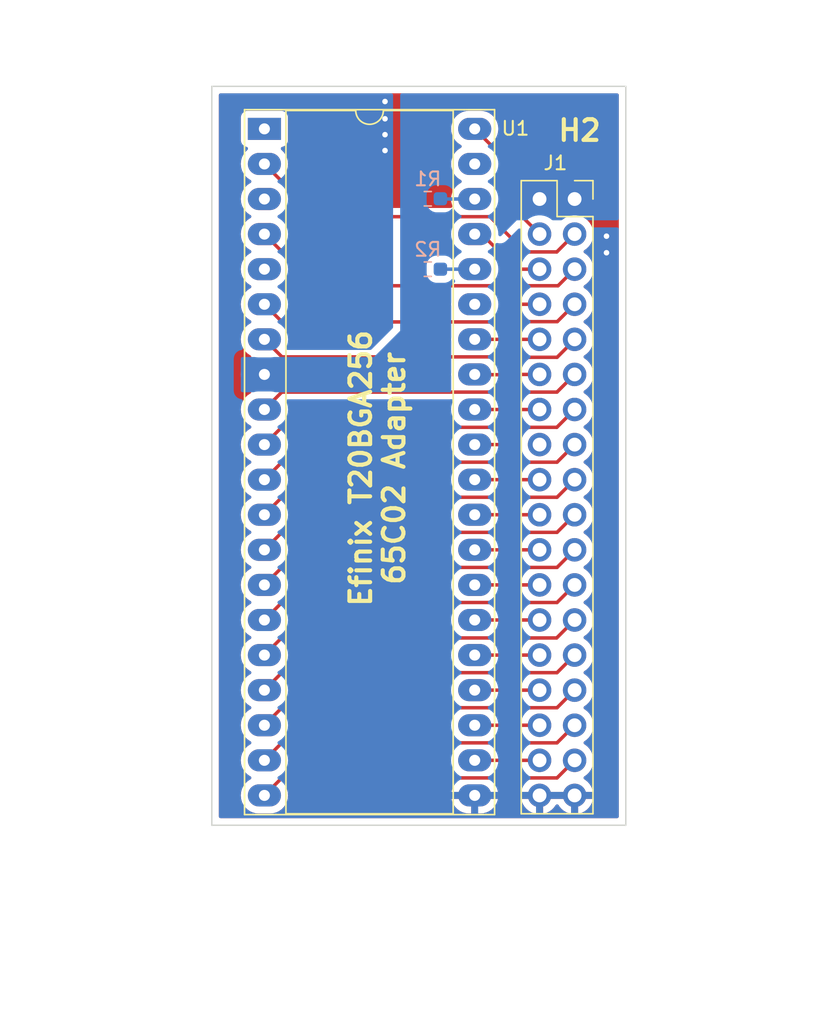
<source format=kicad_pcb>
(kicad_pcb (version 20211014) (generator pcbnew)
  (layers (0 "F.Cu" signal) (31 "B.Cu" signal) (34 "B.Paste" user) (35 "F.Paste" user) (36 "B.SilkS" user "B.Silkscreen") (37 "F.SilkS" user "F.Silkscreen") (38 "B.Mask" user) (39 "F.Mask" user) (44 "Edge.Cuts" user))
  (net 0 "")
  (net 1 "VDD")
  (net 2 "/RDY")
  (net 3 "/~{RESB}")
  (net 4 "/~{NMIB}")
  (net 5 "/~{IRQB}")
  (net 6 "/~{RWB}")
  (net 7 "/PHI2")
  (net 8 "/SYNC")
  (net 9 "/D0")
  (net 10 "/A0")
  (net 11 "/D1")
  (net 12 "/A1")
  (net 13 "/D2")
  (net 14 "/A2")
  (net 16 "/A3")
  (net 17 "/D3")
  (net 18 "/A4")
  (net 19 "/D4")
  (net 20 "/A5")
  (net 21 "/D5")
  (net 22 "/A6")
  (net 23 "/D6")
  (net 24 "/A7")
  (net 25 "/D7")
  (net 26 "/A8")
  (net 27 "/A15")
  (net 28 "/A9")
  (net 29 "/A14")
  (net 30 "/A10")
  (net 31 "/A13")
  (net 32 "/A11")
  (net 33 "/A12")
  (net 34 "GND")
  (net 35 "/~{SOB}")
  (net 36 "/BE")
  (footprint "Connector_PinSocket_2.54mm:PinSocket_2x18_P2.54mm_Vertical" (layer "F.Cu") (at 156.29 108.16)
    (fp_text reference "J1" (at -1.39 -2.61) (layer "F.SilkS"))
    (fp_text value "Conn_02x18_Odd_Even")
    (fp_line (start 1.33 1.27) (end 1.33 44.51) (layer "F.SilkS") (width 0.12))
    (fp_line (start 1.33 -1.33) (end 1.33 0) (layer "F.SilkS") (width 0.12))
    (fp_line (start -1.27 -1.33) (end -1.27 1.27) (layer "F.SilkS") (width 0.12))
    (fp_line (start 0 -1.33) (end 1.33 -1.33) (layer "F.SilkS") (width 0.12))
    (fp_line (start -3.87 -1.33) (end -3.87 44.51) (layer "F.SilkS") (width 0.12))
    (fp_line (start -3.87 44.51) (end 1.33 44.51) (layer "F.SilkS") (width 0.12))
    (fp_line (start -1.27 1.27) (end 1.33 1.27) (layer "F.SilkS") (width 0.12))
    (fp_line (start -3.87 -1.33) (end -1.27 -1.33) (layer "F.SilkS") (width 0.12))
    (pad "1" thru_hole rect (at 0 0) (size 1.7 1.7) (drill 1) (layers *.Cu *.Mask) (net 1 "VDD"))
    (pad "2" thru_hole oval (at -2.54 0) (size 1.7 1.7) (drill 1) (layers *.Cu *.Mask) (net 1 "VDD"))
    (pad "3" thru_hole oval (at 0 2.54) (size 1.7 1.7) (drill 1) (layers *.Cu *.Mask) (net 2 "/RDY"))
    (pad "4" thru_hole oval (at -2.54 2.54) (size 1.7 1.7) (drill 1) (layers *.Cu *.Mask) (net 3 "/~{RESB}"))
    (pad "5" thru_hole oval (at 0 5.08) (size 1.7 1.7) (drill 1) (layers *.Cu *.Mask) (net 5 "/~{IRQB}"))
    (pad "6" thru_hole oval (at -2.54 5.08) (size 1.7 1.7) (drill 1) (layers *.Cu *.Mask) (net 7 "/PHI2"))
    (pad "7" thru_hole oval (at 0 7.62) (size 1.7 1.7) (drill 1) (layers *.Cu *.Mask) (net 6 "/~{RWB}"))
    (pad "8" thru_hole oval (at -2.54 7.62) (size 1.7 1.7) (drill 1) (layers *.Cu *.Mask) (net 4 "/~{NMIB}"))
    (pad "9" thru_hole oval (at 0 10.16) (size 1.7 1.7) (drill 1) (layers *.Cu *.Mask) (net 9 "/D0"))
    (pad "10" thru_hole oval (at -2.54 10.16) (size 1.7 1.7) (drill 1) (layers *.Cu *.Mask) (net 8 "/SYNC"))
    (pad "11" thru_hole oval (at 0 12.7) (size 1.7 1.7) (drill 1) (layers *.Cu *.Mask) (net 11 "/D1"))
    (pad "12" thru_hole oval (at -2.54 12.7) (size 1.7 1.7) (drill 1) (layers *.Cu *.Mask) (net 10 "/A0"))
    (pad "13" thru_hole oval (at 0 15.24) (size 1.7 1.7) (drill 1) (layers *.Cu *.Mask) (net 13 "/D2"))
    (pad "14" thru_hole oval (at -2.54 15.24) (size 1.7 1.7) (drill 1) (layers *.Cu *.Mask) (net 12 "/A1"))
    (pad "15" thru_hole oval (at 0 17.78) (size 1.7 1.7) (drill 1) (layers *.Cu *.Mask) (net 14 "/A2"))
    (pad "16" thru_hole oval (at -2.54 17.78) (size 1.7 1.7) (drill 1) (layers *.Cu *.Mask))
    (pad "17" thru_hole oval (at 0 20.32) (size 1.7 1.7) (drill 1) (layers *.Cu *.Mask) (net 16 "/A3"))
    (pad "18" thru_hole oval (at -2.54 20.32) (size 1.7 1.7) (drill 1) (layers *.Cu *.Mask) (net 17 "/D3"))
    (pad "19" thru_hole oval (at 0 22.86) (size 1.7 1.7) (drill 1) (layers *.Cu *.Mask) (net 18 "/A4"))
    (pad "20" thru_hole oval (at -2.54 22.86) (size 1.7 1.7) (drill 1) (layers *.Cu *.Mask) (net 19 "/D4"))
    (pad "21" thru_hole oval (at 0 25.4) (size 1.7 1.7) (drill 1) (layers *.Cu *.Mask) (net 20 "/A5"))
    (pad "22" thru_hole oval (at -2.54 25.4) (size 1.7 1.7) (drill 1) (layers *.Cu *.Mask) (net 21 "/D5"))
    (pad "23" thru_hole oval (at 0 27.94) (size 1.7 1.7) (drill 1) (layers *.Cu *.Mask) (net 22 "/A6"))
    (pad "24" thru_hole oval (at -2.54 27.94) (size 1.7 1.7) (drill 1) (layers *.Cu *.Mask) (net 23 "/D6"))
    (pad "25" thru_hole oval (at 0 30.48) (size 1.7 1.7) (drill 1) (layers *.Cu *.Mask) (net 24 "/A7"))
    (pad "26" thru_hole oval (at -2.54 30.48) (size 1.7 1.7) (drill 1) (layers *.Cu *.Mask) (net 25 "/D7"))
    (pad "27" thru_hole oval (at 0 33.02) (size 1.7 1.7) (drill 1) (layers *.Cu *.Mask) (net 26 "/A8"))
    (pad "28" thru_hole oval (at -2.54 33.02) (size 1.7 1.7) (drill 1) (layers *.Cu *.Mask) (net 27 "/A15"))
    (pad "29" thru_hole oval (at 0 35.56) (size 1.7 1.7) (drill 1) (layers *.Cu *.Mask) (net 28 "/A9"))
    (pad "30" thru_hole oval (at -2.54 35.56) (size 1.7 1.7) (drill 1) (layers *.Cu *.Mask) (net 29 "/A14"))
    (pad "31" thru_hole oval (at 0 38.1) (size 1.7 1.7) (drill 1) (layers *.Cu *.Mask) (net 30 "/A10"))
    (pad "32" thru_hole oval (at -2.54 38.1) (size 1.7 1.7) (drill 1) (layers *.Cu *.Mask) (net 31 "/A13"))
    (pad "33" thru_hole oval (at 0 40.64) (size 1.7 1.7) (drill 1) (layers *.Cu *.Mask) (net 32 "/A11"))
    (pad "34" thru_hole oval (at -2.54 40.64) (size 1.7 1.7) (drill 1) (layers *.Cu *.Mask) (net 33 "/A12"))
    (pad "35" thru_hole oval (at 0 43.18) (size 1.7 1.7) (drill 1) (layers *.Cu *.Mask) (net 34 "GND"))
    (pad "36" thru_hole oval (at -2.54 43.18) (size 1.7 1.7) (drill 1) (layers *.Cu *.Mask) (net 34 "GND"))
  )
  (footprint "Package_DIP:DIP-40_W15.24mm_Socket_LongPads" (layer "F.Cu") (at 133.81 103.08)
    (fp_text reference "U1" (at 18.19 -0.03) (layer "F.SilkS"))
    (fp_text value "W65C02P")
    (fp_line (start 13.68 49.59) (end 13.68 -1.33) (layer "F.SilkS") (width 0.12))
    (fp_line (start -1.44 49.65) (end 16.68 49.65) (layer "F.SilkS") (width 0.12))
    (fp_line (start 1.56 49.59) (end 13.68 49.59) (layer "F.SilkS") (width 0.12))
    (fp_line (start 6.62 -1.33) (end 1.56 -1.33) (layer "F.SilkS") (width 0.12))
    (fp_line (start 13.68 -1.33) (end 8.62 -1.33) (layer "F.SilkS") (width 0.12))
    (fp_line (start 16.68 49.65) (end 16.68 -1.39) (layer "F.SilkS") (width 0.12))
    (fp_line (start 1.56 -1.33) (end 1.56 49.59) (layer "F.SilkS") (width 0.12))
    (fp_line (start 16.68 -1.39) (end -1.44 -1.39) (layer "F.SilkS") (width 0.12))
    (fp_line (start -1.44 -1.39) (end -1.44 49.65) (layer "F.SilkS") (width 0.12))
    (fp_arc (start 8.62 -1.33) (mid 7.62 -0.33) (end 6.62 -1.33) (layer "F.SilkS") (width 0.12))
    (pad "1" thru_hole rect (at 0 0) (size 2.4 1.6) (drill 0.8) (layers *.Cu *.Mask))
    (pad "2" thru_hole oval (at 0 2.54) (size 2.4 1.6) (drill 0.8) (layers *.Cu *.Mask) (net 2 "/RDY"))
    (pad "3" thru_hole oval (at 0 5.08) (size 2.4 1.6) (drill 0.8) (layers *.Cu *.Mask))
    (pad "4" thru_hole oval (at 0 7.62) (size 2.4 1.6) (drill 0.8) (layers *.Cu *.Mask) (net 5 "/~{IRQB}"))
    (pad "5" thru_hole oval (at 0 10.16) (size 2.4 1.6) (drill 0.8) (layers *.Cu *.Mask))
    (pad "6" thru_hole oval (at 0 12.7) (size 2.4 1.6) (drill 0.8) (layers *.Cu *.Mask) (net 4 "/~{NMIB}"))
    (pad "7" thru_hole oval (at 0 15.24) (size 2.4 1.6) (drill 0.8) (layers *.Cu *.Mask) (net 8 "/SYNC"))
    (pad "8" thru_hole oval (at 0 17.78) (size 2.4 1.6) (drill 0.8) (layers *.Cu *.Mask) (net 1 "VDD"))
    (pad "9" thru_hole oval (at 0 20.32) (size 2.4 1.6) (drill 0.8) (layers *.Cu *.Mask) (net 10 "/A0"))
    (pad "10" thru_hole oval (at 0 22.86) (size 2.4 1.6) (drill 0.8) (layers *.Cu *.Mask) (net 12 "/A1"))
    (pad "11" thru_hole oval (at 0 25.4) (size 2.4 1.6) (drill 0.8) (layers *.Cu *.Mask) (net 14 "/A2"))
    (pad "12" thru_hole oval (at 0 27.94) (size 2.4 1.6) (drill 0.8) (layers *.Cu *.Mask) (net 16 "/A3"))
    (pad "13" thru_hole oval (at 0 30.48) (size 2.4 1.6) (drill 0.8) (layers *.Cu *.Mask) (net 18 "/A4"))
    (pad "14" thru_hole oval (at 0 33.02) (size 2.4 1.6) (drill 0.8) (layers *.Cu *.Mask) (net 20 "/A5"))
    (pad "15" thru_hole oval (at 0 35.56) (size 2.4 1.6) (drill 0.8) (layers *.Cu *.Mask) (net 22 "/A6"))
    (pad "16" thru_hole oval (at 0 38.1) (size 2.4 1.6) (drill 0.8) (layers *.Cu *.Mask) (net 24 "/A7"))
    (pad "17" thru_hole oval (at 0 40.64) (size 2.4 1.6) (drill 0.8) (layers *.Cu *.Mask) (net 26 "/A8"))
    (pad "18" thru_hole oval (at 0 43.18) (size 2.4 1.6) (drill 0.8) (layers *.Cu *.Mask) (net 28 "/A9"))
    (pad "19" thru_hole oval (at 0 45.72) (size 2.4 1.6) (drill 0.8) (layers *.Cu *.Mask) (net 30 "/A10"))
    (pad "20" thru_hole oval (at 0 48.26) (size 2.4 1.6) (drill 0.8) (layers *.Cu *.Mask) (net 32 "/A11"))
    (pad "21" thru_hole oval (at 15.24 48.26) (size 2.4 1.6) (drill 0.8) (layers *.Cu *.Mask) (net 34 "GND"))
    (pad "22" thru_hole oval (at 15.24 45.72) (size 2.4 1.6) (drill 0.8) (layers *.Cu *.Mask) (net 33 "/A12"))
    (pad "23" thru_hole oval (at 15.24 43.18) (size 2.4 1.6) (drill 0.8) (layers *.Cu *.Mask) (net 31 "/A13"))
    (pad "24" thru_hole oval (at 15.24 40.64) (size 2.4 1.6) (drill 0.8) (layers *.Cu *.Mask) (net 29 "/A14"))
    (pad "25" thru_hole oval (at 15.24 38.1) (size 2.4 1.6) (drill 0.8) (layers *.Cu *.Mask) (net 27 "/A15"))
    (pad "26" thru_hole oval (at 15.24 35.56) (size 2.4 1.6) (drill 0.8) (layers *.Cu *.Mask) (net 25 "/D7"))
    (pad "27" thru_hole oval (at 15.24 33.02) (size 2.4 1.6) (drill 0.8) (layers *.Cu *.Mask) (net 23 "/D6"))
    (pad "28" thru_hole oval (at 15.24 30.48) (size 2.4 1.6) (drill 0.8) (layers *.Cu *.Mask) (net 21 "/D5"))
    (pad "29" thru_hole oval (at 15.24 27.94) (size 2.4 1.6) (drill 0.8) (layers *.Cu *.Mask) (net 19 "/D4"))
    (pad "30" thru_hole oval (at 15.24 25.4) (size 2.4 1.6) (drill 0.8) (layers *.Cu *.Mask) (net 17 "/D3"))
    (pad "31" thru_hole oval (at 15.24 22.86) (size 2.4 1.6) (drill 0.8) (layers *.Cu *.Mask) (net 13 "/D2"))
    (pad "32" thru_hole oval (at 15.24 20.32) (size 2.4 1.6) (drill 0.8) (layers *.Cu *.Mask) (net 11 "/D1"))
    (pad "33" thru_hole oval (at 15.24 17.78) (size 2.4 1.6) (drill 0.8) (layers *.Cu *.Mask) (net 9 "/D0"))
    (pad "34" thru_hole oval (at 15.24 15.24) (size 2.4 1.6) (drill 0.8) (layers *.Cu *.Mask) (net 6 "/~{RWB}"))
    (pad "35" thru_hole oval (at 15.24 12.7) (size 2.4 1.6) (drill 0.8) (layers *.Cu *.Mask))
    (pad "36" thru_hole oval (at 15.24 10.16) (size 2.4 1.6) (drill 0.8) (layers *.Cu *.Mask) (net 36 "/BE"))
    (pad "37" thru_hole oval (at 15.24 7.62) (size 2.4 1.6) (drill 0.8) (layers *.Cu *.Mask) (net 7 "/PHI2"))
    (pad "38" thru_hole oval (at 15.24 5.08) (size 2.4 1.6) (drill 0.8) (layers *.Cu *.Mask) (net 35 "/~{SOB}"))
    (pad "39" thru_hole oval (at 15.24 2.54) (size 2.4 1.6) (drill 0.8) (layers *.Cu *.Mask))
    (pad "40" thru_hole oval (at 15.24 0) (size 2.4 1.6) (drill 0.8) (layers *.Cu *.Mask) (net 3 "/~{RESB}"))
  )
  (footprint "Resistor_SMD:R_0603_1608Metric_Pad0.98x0.95mm_HandSolder" (layer "B.Cu") (at 145.65 113.24 180)
    (fp_text reference "R2" (at 0 1.43) (layer "B.SilkS") (effects (justify mirror)))
    (fp_text value "10k")
    (fp_line (start -0.254724 -0.5225) (end 0.254724 -0.5225) (layer "B.SilkS") (width 0.12))
    (fp_line (start -0.254724 0.5225) (end 0.254724 0.5225) (layer "B.SilkS") (width 0.12))
    (pad "1" smd roundrect (at -0.9125 0 180) (size 0.975 0.95) (layers "B.Cu" "B.Paste" "B.Mask") (net 36 "/BE"))
    (pad "2" smd roundrect (at 0.9125 0 180) (size 0.975 0.95) (layers "B.Cu" "B.Paste" "B.Mask") (net 1 "VDD"))
  )
  (footprint "Resistor_SMD:R_0603_1608Metric_Pad0.98x0.95mm_HandSolder" (layer "B.Cu") (at 145.65 108.14 180)
    (fp_text reference "R1" (at 0 1.43) (layer "B.SilkS") (effects (justify mirror)))
    (fp_text value "10k")
    (fp_line (start -0.254724 -0.5225) (end 0.254724 -0.5225) (layer "B.SilkS") (width 0.12))
    (fp_line (start -0.254724 0.5225) (end 0.254724 0.5225) (layer "B.SilkS") (width 0.12))
    (pad "1" smd roundrect (at -0.9125 0 180) (size 0.975 0.95) (layers "B.Cu" "B.Paste" "B.Mask") (net 35 "/~{SOB}"))
    (pad "2" smd roundrect (at 0.9125 0 180) (size 0.975 0.95) (layers "B.Cu" "B.Paste" "B.Mask") (net 1 "VDD"))
  )
  (gr_line (start 130 153.5) (end 130 100) (layer "Edge.Cuts") (width 0.1))
  (gr_line (start 160 100) (end 160 153.5) (layer "Edge.Cuts") (width 0.1))
  (gr_line (start 130 100) (end 160 100) (layer "Edge.Cuts") (width 0.1))
  (gr_line (start 160 153.5) (end 130 153.5) (layer "Edge.Cuts") (width 0.1))
  (gr_text "H2" (at 156.65 103.2) (layer "F.SilkS") (effects (font (size 1.5 1.5) (thickness 0.3))))
  (gr_text "Efinix T20BGA256\n65C02 Adapter" (at 142 127.65 90) (layer "F.SilkS") (effects (font (size 1.5 1.5) (thickness 0.3))))
  (segment (start 133.81 105.62) (end 137.63 109.44) (width 0.25) (layer "F.Cu") (net 2))
  (segment (start 150.15 109.44) (end 152.7 111.99) (width 0.25) (layer "F.Cu") (net 2))
  (segment (start 155 111.99) (end 156.29 110.7) (width 0.25) (layer "F.Cu") (net 2))
  (segment (start 137.63 109.44) (end 150.15 109.44) (width 0.25) (layer "F.Cu") (net 2))
  (segment (start 152.7 111.99) (end 155 111.99) (width 0.25) (layer "F.Cu") (net 2))
  (segment (start 152.05 106.08) (end 152.05 109) (width 0.25) (layer "F.Cu") (net 3))
  (segment (start 149.05 103.08) (end 152.05 106.08) (width 0.25) (layer "F.Cu") (net 3))
  (segment (start 152.05 109) (end 153.75 110.7) (width 0.25) (layer "F.Cu") (net 3))
  (segment (start 133.81 115.78) (end 135.089301 117.059301) (width 0.25) (layer "F.Cu") (net 4))
  (segment (start 150.680699 117.059301) (end 151.96 115.78) (width 0.25) (layer "F.Cu") (net 4))
  (segment (start 135.089301 117.059301) (end 150.680699 117.059301) (width 0.25) (layer "F.Cu") (net 4))
  (segment (start 151.96 115.78) (end 153.75 115.78) (width 0.25) (layer "F.Cu") (net 4))
  (segment (start 155.09 114.44) (end 137.55 114.44) (width 0.25) (layer "F.Cu") (net 5))
  (segment (start 156.29 113.24) (end 155.09 114.44) (width 0.25) (layer "F.Cu") (net 5))
  (segment (start 137.55 114.44) (end 133.81 110.7) (width 0.25) (layer "F.Cu") (net 5))
  (segment (start 150.87 118.32) (end 152.15 117.04) (width 0.25) (layer "F.Cu") (net 6))
  (segment (start 155.03 117.04) (end 156.29 115.78) (width 0.25) (layer "F.Cu") (net 6))
  (segment (start 152.15 117.04) (end 155.03 117.04) (width 0.25) (layer "F.Cu") (net 6))
  (segment (start 149.05 118.32) (end 150.87 118.32) (width 0.25) (layer "F.Cu") (net 6))
  (segment (start 149.05 110.7) (end 149.56 110.7) (width 0.25) (layer "F.Cu") (net 7))
  (segment (start 152.1 113.24) (end 153.75 113.24) (width 0.25) (layer "F.Cu") (net 7))
  (segment (start 149.56 110.7) (end 152.1 113.24) (width 0.25) (layer "F.Cu") (net 7))
  (segment (start 135.08 119.59) (end 150.85 119.59) (width 0.25) (layer "F.Cu") (net 8))
  (segment (start 150.85 119.59) (end 152.12 118.32) (width 0.25) (layer "F.Cu") (net 8))
  (segment (start 133.81 118.32) (end 135.08 119.59) (width 0.25) (layer "F.Cu") (net 8))
  (segment (start 152.12 118.32) (end 153.75 118.32) (width 0.25) (layer "F.Cu") (net 8))
  (segment (start 155.02 119.62) (end 156.3 118.34) (width 0.25) (layer "F.Cu") (net 9))
  (segment (start 152.11 119.62) (end 155.02 119.62) (width 0.25) (layer "F.Cu") (net 9))
  (segment (start 149.06 120.88) (end 150.85 120.88) (width 0.25) (layer "F.Cu") (net 9))
  (segment (start 150.85 120.88) (end 152.11 119.62) (width 0.25) (layer "F.Cu") (net 9))
  (segment (start 135.07 122.14) (end 151 122.14) (width 0.25) (layer "F.Cu") (net 10))
  (segment (start 133.81 123.4) (end 135.07 122.14) (width 0.25) (layer "F.Cu") (net 10))
  (segment (start 152.28 120.86) (end 153.75 120.86) (width 0.25) (layer "F.Cu") (net 10))
  (segment (start 151 122.14) (end 152.28 120.86) (width 0.25) (layer "F.Cu") (net 10))
  (segment (start 152.1 122.14) (end 155.01 122.14) (width 0.25) (layer "F.Cu") (net 11))
  (segment (start 155.01 122.14) (end 156.29 120.86) (width 0.25) (layer "F.Cu") (net 11))
  (segment (start 149.05 123.4) (end 150.84 123.4) (width 0.25) (layer "F.Cu") (net 11))
  (segment (start 150.84 123.4) (end 152.1 122.14) (width 0.25) (layer "F.Cu") (net 11))
  (segment (start 152.14 123.4) (end 150.85 124.69) (width 0.25) (layer "F.Cu") (net 12))
  (segment (start 150.85 124.69) (end 135.06 124.69) (width 0.25) (layer "F.Cu") (net 12))
  (segment (start 153.75 123.4) (end 152.14 123.4) (width 0.25) (layer "F.Cu") (net 12))
  (segment (start 135.06 124.69) (end 133.81 125.94) (width 0.25) (layer "F.Cu") (net 12))
  (segment (start 152.25 124.69) (end 155 124.69) (width 0.25) (layer "F.Cu") (net 13))
  (segment (start 155 124.69) (end 156.29 123.4) (width 0.25) (layer "F.Cu") (net 13))
  (segment (start 151 125.94) (end 152.25 124.69) (width 0.25) (layer "F.Cu") (net 13))
  (segment (start 149.05 125.94) (end 151 125.94) (width 0.25) (layer "F.Cu") (net 13))
  (segment (start 156.29 125.94) (end 155.015722 127.214278) (width 0.25) (layer "F.Cu") (net 14))
  (segment (start 155.015722 127.214278) (end 135.075722 127.214278) (width 0.25) (layer "F.Cu") (net 14))
  (segment (start 135.075722 127.214278) (end 133.81 128.48) (width 0.25) (layer "F.Cu") (net 14))
  (segment (start 156.29 128.48) (end 155.015722 129.754278) (width 0.25) (layer "F.Cu") (net 16))
  (segment (start 135.075722 129.754278) (end 133.81 131.02) (width 0.25) (layer "F.Cu") (net 16))
  (segment (start 155.015722 129.754278) (end 135.075722 129.754278) (width 0.25) (layer "F.Cu") (net 16))
  (segment (start 149.05 128.48) (end 153.75 128.48) (width 0.25) (layer "F.Cu") (net 17))
  (segment (start 155.015722 132.294278) (end 135.075722 132.294278) (width 0.25) (layer "F.Cu") (net 18))
  (segment (start 135.075722 132.294278) (end 133.81 133.56) (width 0.25) (layer "F.Cu") (net 18))
  (segment (start 156.29 131.02) (end 155.015722 132.294278) (width 0.25) (layer "F.Cu") (net 18))
  (segment (start 149.05 131.02) (end 153.75 131.02) (width 0.25) (layer "F.Cu") (net 19))
  (segment (start 135.075722 134.834278) (end 133.81 136.1) (width 0.25) (layer "F.Cu") (net 20))
  (segment (start 156.29 133.56) (end 155.015722 134.834278) (width 0.25) (layer "F.Cu") (net 20))
  (segment (start 155.015722 134.834278) (end 135.075722 134.834278) (width 0.25) (layer "F.Cu") (net 20))
  (segment (start 149.05 133.56) (end 153.75 133.56) (width 0.25) (layer "F.Cu") (net 21))
  (segment (start 135.075722 137.374278) (end 133.81 138.64) (width 0.25) (layer "F.Cu") (net 22))
  (segment (start 156.29 136.1) (end 155.015722 137.374278) (width 0.25) (layer "F.Cu") (net 22))
  (segment (start 155.015722 137.374278) (end 135.075722 137.374278) (width 0.25) (layer "F.Cu") (net 22))
  (segment (start 149.05 136.1) (end 153.75 136.1) (width 0.25) (layer "F.Cu") (net 23))
  (segment (start 135.05 139.94) (end 133.81 141.18) (width 0.25) (layer "F.Cu") (net 24))
  (segment (start 154.99 139.94) (end 135.05 139.94) (width 0.25) (layer "F.Cu") (net 24))
  (segment (start 156.29 138.64) (end 154.99 139.94) (width 0.25) (layer "F.Cu") (net 24))
  (segment (start 149.05 138.64) (end 153.75 138.64) (width 0.25) (layer "F.Cu") (net 25))
  (segment (start 155.015722 142.454278) (end 135.075722 142.454278) (width 0.25) (layer "F.Cu") (net 26))
  (segment (start 156.29 141.18) (end 155.015722 142.454278) (width 0.25) (layer "F.Cu") (net 26))
  (segment (start 135.075722 142.454278) (end 133.81 143.72) (width 0.25) (layer "F.Cu") (net 26))
  (segment (start 149.05 141.18) (end 153.75 141.18) (width 0.25) (layer "F.Cu") (net 27))
  (segment (start 155.015722 144.994278) (end 135.075722 144.994278) (width 0.25) (layer "F.Cu") (net 28))
  (segment (start 156.29 143.72) (end 155.015722 144.994278) (width 0.25) (layer "F.Cu") (net 28))
  (segment (start 135.075722 144.994278) (end 133.81 146.26) (width 0.25) (layer "F.Cu") (net 28))
  (segment (start 149.05 143.72) (end 153.75 143.72) (width 0.25) (layer "F.Cu") (net 29))
  (segment (start 156.29 146.26) (end 155.015722 147.534278) (width 0.25) (layer "F.Cu") (net 30))
  (segment (start 155.015722 147.534278) (end 135.075722 147.534278) (width 0.25) (layer "F.Cu") (net 30))
  (segment (start 135.075722 147.534278) (end 133.81 148.8) (width 0.25) (layer "F.Cu") (net 30))
  (segment (start 153.75 146.26) (end 149.05 146.26) (width 0.25) (layer "F.Cu") (net 31))
  (segment (start 155.015722 150.074278) (end 135.075722 150.074278) (width 0.25) (layer "F.Cu") (net 32))
  (segment (start 135.075722 150.074278) (end 133.81 151.34) (width 0.25) (layer "F.Cu") (net 32))
  (segment (start 156.29 148.8) (end 155.015722 150.074278) (width 0.25) (layer "F.Cu") (net 32))
  (segment (start 149.05 148.8) (end 153.75 148.8) (width 0.25) (layer "F.Cu") (net 33))
  (via (at 142.55 103.5) (size 0.8) (drill 0.4) (layers "F.Cu" "B.Cu") (net 34))
  (via (at 142.55 101.1) (size 0.8) (drill 0.4) (layers "F.Cu" "B.Cu") (net 34))
  (via (at 142.55 102.35) (size 0.8) (drill 0.4) (layers "F.Cu" "B.Cu") (net 34))
  (via (at 142.55 104.65) (size 0.8) (drill 0.4) (layers "F.Cu" "B.Cu") (net 34))
  (via (at 158.6 112.05) (size 0.8) (drill 0.4) (layers "F.Cu" "B.Cu") (net 34))
  (via (at 158.6 110.85) (size 0.8) (drill 0.4) (layers "F.Cu" "B.Cu") (net 34))
  (segment (start 149.05 108.16) (end 146.5825 108.16) (width 0.25) (layer "B.Cu") (net 35))
  (segment (start 146.5825 108.16) (end 146.5625 108.14) (width 0.25) (layer "B.Cu") (net 35))
  (segment (start 149.05 113.24) (end 146.5625 113.24) (width 0.25) (layer "B.Cu") (net 36))
  (zone (net 34) (net_name "GND") (layer "F.Cu") (connect_pads (clearance 0.508)) (min_thickness 0.254) (fill yes (thermal_gap 0.508) (thermal_bridge_width 0.508))
    (polygon (pts (xy 166.35 167.9) (xy 120.55 163.85) (xy 122.5 96.4) (xy 168.5 95.35)))
  )
  (zone (net 34) (net_name "GND") (layer "B.Cu") (connect_pads (clearance 0.508)) (min_thickness 0.254) (fill yes (thermal_gap 0.508) (thermal_bridge_width 0.508))
    (polygon (pts (xy 174.3 165.7) (xy 114.65 164.15) (xy 120.15 94.75) (xy 173.55 93.75)))
  )
  (zone (net 1) (net_name "VDD") (layer "B.Cu") (priority 1) (connect_pads yes (clearance 0.508)) (min_thickness 0.254) (fill yes (thermal_gap 0.508) (thermal_bridge_width 0.508))
    (polygon (pts (xy 160.65 109.7) (xy 152.1 109.7) (xy 147.35 114.45) (xy 147.35 122.15) (xy 132.1 122.15) (xy 132.1 119.6) (xy 141.75 119.6) (xy 143.65 117.7) (xy 143.65 98.6) (xy 160.65 98.6)))
  )
)
</source>
